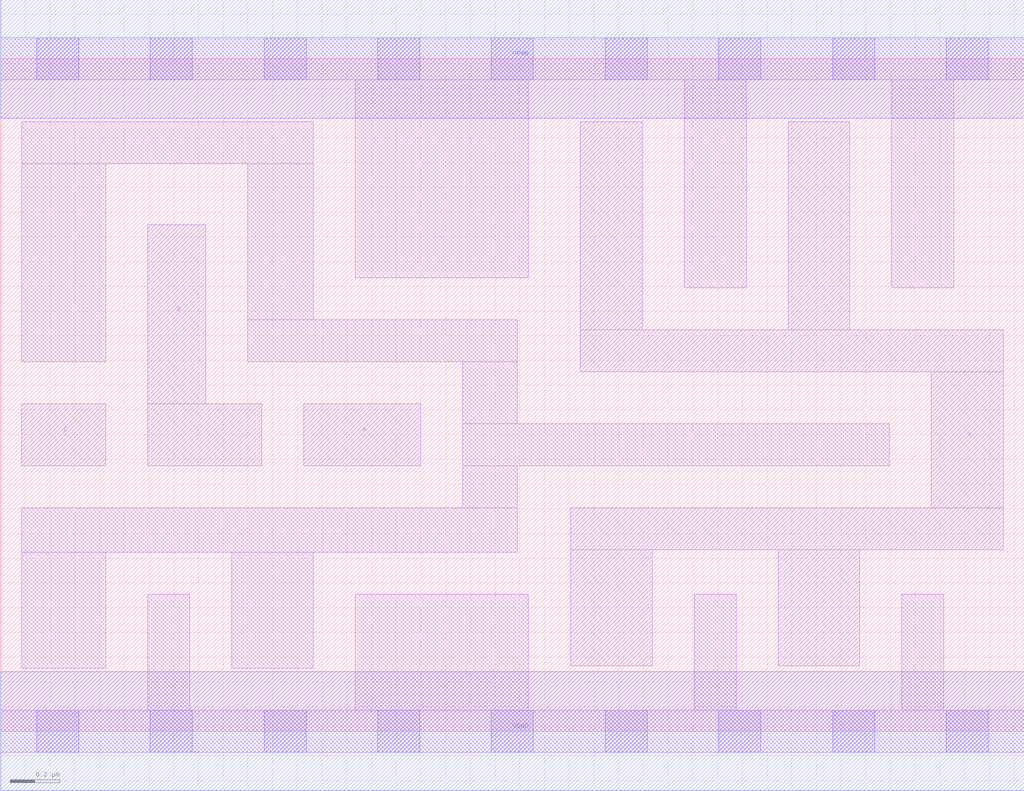
<source format=lef>
# Copyright 2020 The SkyWater PDK Authors
#
# Licensed under the Apache License, Version 2.0 (the "License");
# you may not use this file except in compliance with the License.
# You may obtain a copy of the License at
#
#     https://www.apache.org/licenses/LICENSE-2.0
#
# Unless required by applicable law or agreed to in writing, software
# distributed under the License is distributed on an "AS IS" BASIS,
# WITHOUT WARRANTIES OR CONDITIONS OF ANY KIND, either express or implied.
# See the License for the specific language governing permissions and
# limitations under the License.
#
# SPDX-License-Identifier: Apache-2.0

VERSION 5.7 ;
  NAMESCASESENSITIVE ON ;
  NOWIREEXTENSIONATPIN ON ;
  DIVIDERCHAR "/" ;
  BUSBITCHARS "[]" ;
UNITS
  DATABASE MICRONS 200 ;
END UNITS
MACRO sky130_fd_sc_hd__or3_4
  CLASS CORE ;
  SOURCE USER ;
  FOREIGN sky130_fd_sc_hd__or3_4 ;
  ORIGIN  0.000000  0.000000 ;
  SIZE  4.140000 BY  2.720000 ;
  SYMMETRY X Y R90 ;
  SITE unithd ;
  PIN A
    ANTENNAGATEAREA  0.247500 ;
    DIRECTION INPUT ;
    USE SIGNAL ;
    PORT
      LAYER li1 ;
        RECT 1.225000 1.075000 1.700000 1.325000 ;
    END
  END A
  PIN B
    ANTENNAGATEAREA  0.247500 ;
    DIRECTION INPUT ;
    USE SIGNAL ;
    PORT
      LAYER li1 ;
        RECT 0.595000 1.075000 1.055000 1.325000 ;
        RECT 0.595000 1.325000 0.830000 2.050000 ;
    END
  END B
  PIN C
    ANTENNAGATEAREA  0.247500 ;
    DIRECTION INPUT ;
    USE SIGNAL ;
    PORT
      LAYER li1 ;
        RECT 0.085000 1.075000 0.425000 1.325000 ;
    END
  END C
  PIN X
    ANTENNADIFFAREA  0.891000 ;
    DIRECTION OUTPUT ;
    USE SIGNAL ;
    PORT
      LAYER li1 ;
        RECT 2.305000 0.265000 2.635000 0.735000 ;
        RECT 2.305000 0.735000 4.055000 0.905000 ;
        RECT 2.345000 1.455000 4.055000 1.625000 ;
        RECT 2.345000 1.625000 2.595000 2.465000 ;
        RECT 3.145000 0.265000 3.475000 0.735000 ;
        RECT 3.185000 1.625000 3.435000 2.465000 ;
        RECT 3.765000 0.905000 4.055000 1.455000 ;
    END
  END X
  PIN VGND
    DIRECTION INOUT ;
    SHAPE ABUTMENT ;
    USE GROUND ;
    PORT
      LAYER met1 ;
        RECT 0.000000 -0.240000 4.140000 0.240000 ;
    END
  END VGND
  PIN VPWR
    DIRECTION INOUT ;
    SHAPE ABUTMENT ;
    USE POWER ;
    PORT
      LAYER met1 ;
        RECT 0.000000 2.480000 4.140000 2.960000 ;
    END
  END VPWR
  OBS
    LAYER li1 ;
      RECT 0.000000 -0.085000 4.140000 0.085000 ;
      RECT 0.000000  2.635000 4.140000 2.805000 ;
      RECT 0.085000  0.255000 0.425000 0.725000 ;
      RECT 0.085000  0.725000 2.090000 0.905000 ;
      RECT 0.085000  1.495000 0.425000 2.295000 ;
      RECT 0.085000  2.295000 1.265000 2.465000 ;
      RECT 0.595000  0.085000 0.765000 0.555000 ;
      RECT 0.935000  0.255000 1.265000 0.725000 ;
      RECT 1.000000  1.495000 2.090000 1.665000 ;
      RECT 1.000000  1.665000 1.265000 2.295000 ;
      RECT 1.435000  0.085000 2.135000 0.555000 ;
      RECT 1.435000  1.835000 2.135000 2.635000 ;
      RECT 1.870000  0.905000 2.090000 1.075000 ;
      RECT 1.870000  1.075000 3.595000 1.245000 ;
      RECT 1.870000  1.245000 2.090000 1.495000 ;
      RECT 2.765000  1.795000 3.015000 2.635000 ;
      RECT 2.805000  0.085000 2.975000 0.555000 ;
      RECT 3.605000  1.795000 3.855000 2.635000 ;
      RECT 3.645000  0.085000 3.815000 0.555000 ;
    LAYER mcon ;
      RECT 0.145000 -0.085000 0.315000 0.085000 ;
      RECT 0.145000  2.635000 0.315000 2.805000 ;
      RECT 0.605000 -0.085000 0.775000 0.085000 ;
      RECT 0.605000  2.635000 0.775000 2.805000 ;
      RECT 1.065000 -0.085000 1.235000 0.085000 ;
      RECT 1.065000  2.635000 1.235000 2.805000 ;
      RECT 1.525000 -0.085000 1.695000 0.085000 ;
      RECT 1.525000  2.635000 1.695000 2.805000 ;
      RECT 1.985000 -0.085000 2.155000 0.085000 ;
      RECT 1.985000  2.635000 2.155000 2.805000 ;
      RECT 2.445000 -0.085000 2.615000 0.085000 ;
      RECT 2.445000  2.635000 2.615000 2.805000 ;
      RECT 2.905000 -0.085000 3.075000 0.085000 ;
      RECT 2.905000  2.635000 3.075000 2.805000 ;
      RECT 3.365000 -0.085000 3.535000 0.085000 ;
      RECT 3.365000  2.635000 3.535000 2.805000 ;
      RECT 3.825000 -0.085000 3.995000 0.085000 ;
      RECT 3.825000  2.635000 3.995000 2.805000 ;
  END
END sky130_fd_sc_hd__or3_4

</source>
